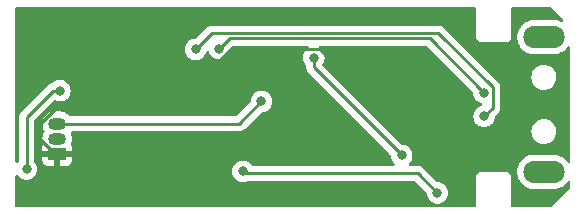
<source format=gbr>
%TF.GenerationSoftware,KiCad,Pcbnew,6.0.1-79c1e3a40b~116~ubuntu20.04.1*%
%TF.CreationDate,2022-01-17T20:19:09+01:00*%
%TF.ProjectId,usb,7573622e-6b69-4636-9164-5f7063625858,rev?*%
%TF.SameCoordinates,Original*%
%TF.FileFunction,Copper,L2,Bot*%
%TF.FilePolarity,Positive*%
%FSLAX46Y46*%
G04 Gerber Fmt 4.6, Leading zero omitted, Abs format (unit mm)*
G04 Created by KiCad (PCBNEW 6.0.1-79c1e3a40b~116~ubuntu20.04.1) date 2022-01-17 20:19:09*
%MOMM*%
%LPD*%
G01*
G04 APERTURE LIST*
%TA.AperFunction,ComponentPad*%
%ADD10R,1.500000X1.050000*%
%TD*%
%TA.AperFunction,ComponentPad*%
%ADD11O,1.500000X1.050000*%
%TD*%
%TA.AperFunction,ComponentPad*%
%ADD12O,3.500000X1.900000*%
%TD*%
%TA.AperFunction,ViaPad*%
%ADD13C,0.800000*%
%TD*%
%TA.AperFunction,Conductor*%
%ADD14C,0.250000*%
%TD*%
G04 APERTURE END LIST*
D10*
%TO.P,U3,1,GND*%
%TO.N,GND*%
X104050000Y-82940000D03*
D11*
%TO.P,U3,2,DQ*%
%TO.N,/SENSOR_TEMP*%
X104050000Y-81670000D03*
%TO.P,U3,3,VDD*%
%TO.N,/VCC*%
X104050000Y-80400000D03*
%TD*%
D12*
%TO.P,J1,5,Shield*%
%TO.N,unconnected-(J1-Pad5)*%
X145250000Y-84470000D03*
X145250000Y-73070000D03*
%TD*%
D13*
%TO.N,GND*%
X103590000Y-75110000D03*
X128080000Y-75860000D03*
X115500000Y-76270000D03*
%TO.N,/VCC*%
X121330000Y-78520000D03*
%TO.N,/RX*%
X117770000Y-74040000D03*
X140180000Y-77770000D03*
%TO.N,/TX*%
X115770000Y-74120000D03*
X140190000Y-79770000D03*
%TO.N,Net-(R1-Pad1)*%
X119770000Y-84440000D03*
X136240000Y-86270000D03*
%TO.N,/NET_BOTON*%
X101450000Y-84230000D03*
X104270000Y-77610000D03*
%TO.N,Net-(R2-Pad1)*%
X133210000Y-83080000D03*
X125770000Y-74810000D03*
%TD*%
D14*
%TO.N,GND*%
X128080000Y-75860000D02*
X126305489Y-74085489D01*
X102420000Y-81535000D02*
X102420000Y-80603598D01*
X126305489Y-74085489D02*
X118749125Y-74085489D01*
X103825000Y-82940000D02*
X102420000Y-81535000D01*
X116564614Y-76270000D02*
X115500000Y-76270000D01*
X102420000Y-80603598D02*
X104483598Y-78540000D01*
X104050000Y-82940000D02*
X103825000Y-82940000D01*
X105400000Y-77960000D02*
X105400000Y-76920000D01*
X104483598Y-78540000D02*
X104820000Y-78540000D01*
X104820000Y-78540000D02*
X105400000Y-77960000D01*
X105400000Y-76920000D02*
X103590000Y-75110000D01*
X118749125Y-74085489D02*
X116564614Y-76270000D01*
%TO.N,/VCC*%
X119450000Y-80400000D02*
X121330000Y-78520000D01*
X104050000Y-80400000D02*
X119450000Y-80400000D01*
%TO.N,/RX*%
X118634511Y-73175489D02*
X135585489Y-73175489D01*
X117770000Y-74040000D02*
X118634511Y-73175489D01*
X135585489Y-73175489D02*
X140180000Y-77770000D01*
%TO.N,/TX*%
X140904511Y-77314511D02*
X140904511Y-79055489D01*
X115770000Y-74120000D02*
X117164031Y-72725969D01*
X117164031Y-72725969D02*
X136315969Y-72725969D01*
X140904511Y-79055489D02*
X140190000Y-79770000D01*
X136315969Y-72725969D02*
X140904511Y-77314511D01*
%TO.N,Net-(R1-Pad1)*%
X119910000Y-84580000D02*
X119770000Y-84440000D01*
X134550000Y-84580000D02*
X119910000Y-84580000D01*
X136240000Y-86270000D02*
X134550000Y-84580000D01*
%TO.N,/NET_BOTON*%
X101450000Y-79850000D02*
X103690000Y-77610000D01*
X103690000Y-77610000D02*
X104270000Y-77610000D01*
X101450000Y-84230000D02*
X101450000Y-79850000D01*
%TO.N,Net-(R2-Pad1)*%
X125770000Y-75640000D02*
X133210000Y-83080000D01*
X125770000Y-75640000D02*
X125770000Y-74810000D01*
%TD*%
%TA.AperFunction,Conductor*%
%TO.N,GND*%
G36*
X139434121Y-70528002D02*
G01*
X139480614Y-70581658D01*
X139492000Y-70634000D01*
X139492000Y-72991298D01*
X139491998Y-72992068D01*
X139491524Y-73069652D01*
X139493990Y-73078281D01*
X139493991Y-73078286D01*
X139499639Y-73098048D01*
X139503217Y-73114809D01*
X139506130Y-73135152D01*
X139506133Y-73135162D01*
X139507405Y-73144045D01*
X139518021Y-73167395D01*
X139524464Y-73184907D01*
X139531512Y-73209565D01*
X139547274Y-73234548D01*
X139555404Y-73249614D01*
X139567633Y-73276510D01*
X139584374Y-73295939D01*
X139595479Y-73310947D01*
X139609160Y-73332631D01*
X139615888Y-73338573D01*
X139631296Y-73352181D01*
X139643340Y-73364373D01*
X139662619Y-73386747D01*
X139670147Y-73391626D01*
X139670150Y-73391629D01*
X139684139Y-73400696D01*
X139699013Y-73411986D01*
X139718228Y-73428956D01*
X139726354Y-73432771D01*
X139726355Y-73432772D01*
X139732021Y-73435432D01*
X139744966Y-73441510D01*
X139759935Y-73449824D01*
X139784727Y-73465893D01*
X139801650Y-73470954D01*
X139809290Y-73473239D01*
X139826736Y-73479901D01*
X139849948Y-73490799D01*
X139879130Y-73495343D01*
X139895849Y-73499126D01*
X139915536Y-73505014D01*
X139915539Y-73505015D01*
X139924141Y-73507587D01*
X139933116Y-73507642D01*
X139933117Y-73507642D01*
X139939810Y-73507683D01*
X139958556Y-73507797D01*
X139959328Y-73507830D01*
X139960423Y-73508000D01*
X139991298Y-73508000D01*
X139992068Y-73508002D01*
X140065716Y-73508452D01*
X140065717Y-73508452D01*
X140069652Y-73508476D01*
X140070996Y-73508092D01*
X140072341Y-73508000D01*
X141991298Y-73508000D01*
X141992069Y-73508002D01*
X142069652Y-73508476D01*
X142078281Y-73506010D01*
X142078286Y-73506009D01*
X142098048Y-73500361D01*
X142114809Y-73496783D01*
X142135152Y-73493870D01*
X142135162Y-73493867D01*
X142144045Y-73492595D01*
X142167395Y-73481979D01*
X142184907Y-73475536D01*
X142200937Y-73470954D01*
X142209565Y-73468488D01*
X142234548Y-73452726D01*
X142249614Y-73444596D01*
X142276510Y-73432367D01*
X142295939Y-73415626D01*
X142310947Y-73404521D01*
X142325039Y-73395630D01*
X142332631Y-73390840D01*
X142352182Y-73368703D01*
X142364374Y-73356659D01*
X142379949Y-73343239D01*
X142379950Y-73343237D01*
X142386747Y-73337381D01*
X142391626Y-73329853D01*
X142391629Y-73329850D01*
X142400696Y-73315861D01*
X142411986Y-73300987D01*
X142423012Y-73288502D01*
X142428956Y-73281772D01*
X142441510Y-73255034D01*
X142449824Y-73240065D01*
X142465893Y-73215273D01*
X142473239Y-73190709D01*
X142479901Y-73173264D01*
X142486983Y-73158179D01*
X142490799Y-73150052D01*
X142495343Y-73120870D01*
X142499126Y-73104151D01*
X142505014Y-73084464D01*
X142505015Y-73084461D01*
X142507587Y-73075859D01*
X142507797Y-73041444D01*
X142507830Y-73040672D01*
X142508000Y-73039577D01*
X142508000Y-73008702D01*
X142508002Y-73007932D01*
X142508452Y-72934284D01*
X142508452Y-72934283D01*
X142508476Y-72930348D01*
X142508092Y-72929004D01*
X142508000Y-72927659D01*
X142508000Y-70634000D01*
X142528002Y-70565879D01*
X142581658Y-70519386D01*
X142634000Y-70508000D01*
X145737390Y-70508000D01*
X145805511Y-70528002D01*
X145826485Y-70544905D01*
X146841615Y-71560035D01*
X146875641Y-71622347D01*
X146870576Y-71693162D01*
X146828029Y-71749998D01*
X146761509Y-71774809D01*
X146699469Y-71763417D01*
X146560030Y-71698691D01*
X146560028Y-71698690D01*
X146555344Y-71696516D01*
X146324232Y-71632424D01*
X146220521Y-71621340D01*
X146131778Y-71611856D01*
X146131770Y-71611856D01*
X146128443Y-71611500D01*
X144389197Y-71611500D01*
X144386624Y-71611712D01*
X144386613Y-71611712D01*
X144216124Y-71625729D01*
X144216118Y-71625730D01*
X144210973Y-71626153D01*
X144098074Y-71654511D01*
X143983375Y-71683321D01*
X143983371Y-71683322D01*
X143978364Y-71684580D01*
X143973634Y-71686636D01*
X143973627Y-71686639D01*
X143763159Y-71778153D01*
X143763156Y-71778155D01*
X143758422Y-71780213D01*
X143754088Y-71783017D01*
X143754084Y-71783019D01*
X143561396Y-71907675D01*
X143561393Y-71907677D01*
X143557053Y-71910485D01*
X143553230Y-71913964D01*
X143553227Y-71913966D01*
X143498765Y-71963523D01*
X143379665Y-72071896D01*
X143376466Y-72075947D01*
X143376462Y-72075951D01*
X143279346Y-72198922D01*
X143231021Y-72260112D01*
X143115113Y-72470078D01*
X143035055Y-72696155D01*
X143034148Y-72701248D01*
X143034147Y-72701251D01*
X143007525Y-72850710D01*
X142992996Y-72932273D01*
X142992933Y-72937437D01*
X142990409Y-73144045D01*
X142990066Y-73172089D01*
X143026343Y-73409163D01*
X143100854Y-73637129D01*
X143103244Y-73641720D01*
X143191818Y-73811868D01*
X143211597Y-73849864D01*
X143214700Y-73853997D01*
X143214702Y-73854000D01*
X143352493Y-74037520D01*
X143355598Y-74041655D01*
X143528990Y-74207352D01*
X143533262Y-74210266D01*
X143533263Y-74210267D01*
X143633691Y-74278774D01*
X143727117Y-74342505D01*
X143859070Y-74403756D01*
X143888203Y-74417279D01*
X143944656Y-74443484D01*
X144118001Y-74491556D01*
X144138638Y-74497279D01*
X144175768Y-74507576D01*
X144279479Y-74518660D01*
X144368222Y-74528144D01*
X144368230Y-74528144D01*
X144371557Y-74528500D01*
X146110803Y-74528500D01*
X146113376Y-74528288D01*
X146113387Y-74528288D01*
X146283876Y-74514271D01*
X146283882Y-74514270D01*
X146289027Y-74513847D01*
X146405331Y-74484634D01*
X146516625Y-74456679D01*
X146516629Y-74456678D01*
X146521636Y-74455420D01*
X146526366Y-74453364D01*
X146526373Y-74453361D01*
X146736841Y-74361847D01*
X146736844Y-74361845D01*
X146741578Y-74359787D01*
X146745912Y-74356983D01*
X146745916Y-74356981D01*
X146938604Y-74232325D01*
X146938607Y-74232323D01*
X146942947Y-74229515D01*
X146964101Y-74210267D01*
X147116513Y-74071582D01*
X147116514Y-74071580D01*
X147120335Y-74068104D01*
X147123534Y-74064053D01*
X147123538Y-74064049D01*
X147234304Y-73923794D01*
X147267119Y-73882243D01*
X147325035Y-73841181D01*
X147395958Y-73837949D01*
X147457370Y-73873574D01*
X147489772Y-73936745D01*
X147492000Y-73960336D01*
X147492000Y-83583633D01*
X147471998Y-83651754D01*
X147418342Y-83698247D01*
X147348068Y-83708351D01*
X147283488Y-83678857D01*
X147265240Y-83659286D01*
X147260343Y-83652763D01*
X147207666Y-83582604D01*
X147147507Y-83502480D01*
X147147505Y-83502477D01*
X147144402Y-83498345D01*
X146971010Y-83332648D01*
X146772883Y-83197495D01*
X146555344Y-83096516D01*
X146324232Y-83032424D01*
X146220521Y-83021340D01*
X146131778Y-83011856D01*
X146131770Y-83011856D01*
X146128443Y-83011500D01*
X144389197Y-83011500D01*
X144386624Y-83011712D01*
X144386613Y-83011712D01*
X144216124Y-83025729D01*
X144216118Y-83025730D01*
X144210973Y-83026153D01*
X144094668Y-83055367D01*
X143983375Y-83083321D01*
X143983371Y-83083322D01*
X143978364Y-83084580D01*
X143973634Y-83086636D01*
X143973627Y-83086639D01*
X143763159Y-83178153D01*
X143763156Y-83178155D01*
X143758422Y-83180213D01*
X143754088Y-83183017D01*
X143754084Y-83183019D01*
X143561396Y-83307675D01*
X143561393Y-83307677D01*
X143557053Y-83310485D01*
X143553230Y-83313964D01*
X143553227Y-83313966D01*
X143408925Y-83445271D01*
X143379665Y-83471896D01*
X143376466Y-83475947D01*
X143376462Y-83475951D01*
X143291420Y-83583633D01*
X143231021Y-83660112D01*
X143115113Y-83870078D01*
X143078007Y-83974863D01*
X143046895Y-84062721D01*
X143035055Y-84096155D01*
X143034148Y-84101248D01*
X143034147Y-84101251D01*
X143007525Y-84250710D01*
X142992996Y-84332273D01*
X142992933Y-84337437D01*
X142990653Y-84524078D01*
X142990066Y-84572089D01*
X143026343Y-84809163D01*
X143100854Y-85037129D01*
X143211597Y-85249864D01*
X143214700Y-85253997D01*
X143214702Y-85254000D01*
X143325228Y-85401206D01*
X143355598Y-85441655D01*
X143359336Y-85445227D01*
X143507956Y-85587251D01*
X143528990Y-85607352D01*
X143727117Y-85742505D01*
X143944656Y-85843484D01*
X144121191Y-85892441D01*
X144142839Y-85898444D01*
X144175768Y-85907576D01*
X144279479Y-85918660D01*
X144368222Y-85928144D01*
X144368230Y-85928144D01*
X144371557Y-85928500D01*
X146110803Y-85928500D01*
X146113376Y-85928288D01*
X146113387Y-85928288D01*
X146283876Y-85914271D01*
X146283882Y-85914270D01*
X146289027Y-85913847D01*
X146405331Y-85884634D01*
X146516625Y-85856679D01*
X146516629Y-85856678D01*
X146521636Y-85855420D01*
X146526366Y-85853364D01*
X146526373Y-85853361D01*
X146736841Y-85761847D01*
X146736844Y-85761845D01*
X146741578Y-85759787D01*
X146745912Y-85756983D01*
X146745916Y-85756981D01*
X146938604Y-85632325D01*
X146938607Y-85632323D01*
X146942947Y-85629515D01*
X146964101Y-85610267D01*
X147116513Y-85471582D01*
X147116514Y-85471580D01*
X147120335Y-85468104D01*
X147123534Y-85464053D01*
X147123538Y-85464049D01*
X147224076Y-85336745D01*
X147267119Y-85282243D01*
X147325035Y-85241181D01*
X147395958Y-85237949D01*
X147457370Y-85273574D01*
X147489772Y-85336745D01*
X147492000Y-85360336D01*
X147492000Y-85737390D01*
X147471998Y-85805511D01*
X147455095Y-85826485D01*
X145826485Y-87455095D01*
X145764173Y-87489121D01*
X145737390Y-87492000D01*
X142634000Y-87492000D01*
X142565879Y-87471998D01*
X142519386Y-87418342D01*
X142508000Y-87366000D01*
X142508000Y-85008702D01*
X142508002Y-85007932D01*
X142508421Y-84939322D01*
X142508476Y-84930348D01*
X142506010Y-84921719D01*
X142506009Y-84921714D01*
X142500361Y-84901952D01*
X142496783Y-84885191D01*
X142493870Y-84864848D01*
X142493867Y-84864838D01*
X142492595Y-84855955D01*
X142481979Y-84832605D01*
X142475536Y-84815093D01*
X142470954Y-84799063D01*
X142468488Y-84790435D01*
X142452726Y-84765452D01*
X142444596Y-84750386D01*
X142432367Y-84723490D01*
X142415626Y-84704061D01*
X142404521Y-84689053D01*
X142395630Y-84674961D01*
X142390840Y-84667369D01*
X142368703Y-84647818D01*
X142356659Y-84635626D01*
X142343239Y-84620051D01*
X142343237Y-84620050D01*
X142337381Y-84613253D01*
X142329853Y-84608374D01*
X142329850Y-84608371D01*
X142315861Y-84599304D01*
X142300987Y-84588014D01*
X142296640Y-84584175D01*
X142281772Y-84571044D01*
X142273646Y-84567229D01*
X142273645Y-84567228D01*
X142267979Y-84564568D01*
X142255034Y-84558490D01*
X142240065Y-84550176D01*
X142215273Y-84534107D01*
X142190709Y-84526761D01*
X142173264Y-84520099D01*
X142168827Y-84518016D01*
X142150052Y-84509201D01*
X142120870Y-84504657D01*
X142104151Y-84500874D01*
X142084464Y-84494986D01*
X142084461Y-84494985D01*
X142075859Y-84492413D01*
X142066884Y-84492358D01*
X142066883Y-84492358D01*
X142060190Y-84492317D01*
X142041444Y-84492203D01*
X142040672Y-84492170D01*
X142039577Y-84492000D01*
X142008702Y-84492000D01*
X142007932Y-84491998D01*
X141934284Y-84491548D01*
X141934283Y-84491548D01*
X141930348Y-84491524D01*
X141929004Y-84491908D01*
X141927659Y-84492000D01*
X140008702Y-84492000D01*
X140007932Y-84491998D01*
X140007078Y-84491993D01*
X139930348Y-84491524D01*
X139921719Y-84493990D01*
X139921714Y-84493991D01*
X139901952Y-84499639D01*
X139885191Y-84503217D01*
X139864848Y-84506130D01*
X139864838Y-84506133D01*
X139855955Y-84507405D01*
X139832605Y-84518021D01*
X139815093Y-84524464D01*
X139807057Y-84526761D01*
X139790435Y-84531512D01*
X139765452Y-84547274D01*
X139750386Y-84555404D01*
X139723490Y-84567633D01*
X139704061Y-84584374D01*
X139689053Y-84595479D01*
X139667369Y-84609160D01*
X139661427Y-84615888D01*
X139647819Y-84631296D01*
X139635627Y-84643340D01*
X139613253Y-84662619D01*
X139608374Y-84670147D01*
X139608371Y-84670150D01*
X139599304Y-84684139D01*
X139588014Y-84699013D01*
X139571044Y-84718228D01*
X139558490Y-84744966D01*
X139550176Y-84759935D01*
X139534107Y-84784727D01*
X139531535Y-84793327D01*
X139526761Y-84809290D01*
X139520099Y-84826736D01*
X139509201Y-84849948D01*
X139506114Y-84869775D01*
X139504658Y-84879128D01*
X139500874Y-84895849D01*
X139494986Y-84915536D01*
X139494985Y-84915539D01*
X139492413Y-84924141D01*
X139492358Y-84933116D01*
X139492358Y-84933117D01*
X139492203Y-84958546D01*
X139492170Y-84959328D01*
X139492000Y-84960423D01*
X139492000Y-84991298D01*
X139491998Y-84992068D01*
X139491524Y-85069652D01*
X139491908Y-85070996D01*
X139492000Y-85072341D01*
X139492000Y-87366000D01*
X139471998Y-87434121D01*
X139418342Y-87480614D01*
X139366000Y-87492000D01*
X100634000Y-87492000D01*
X100565879Y-87471998D01*
X100519386Y-87418342D01*
X100508000Y-87366000D01*
X100508000Y-84869775D01*
X100528002Y-84801654D01*
X100581658Y-84755161D01*
X100651932Y-84745057D01*
X100716512Y-84774551D01*
X100727631Y-84785459D01*
X100838747Y-84908866D01*
X100993248Y-85021118D01*
X100999276Y-85023802D01*
X100999278Y-85023803D01*
X101102864Y-85069922D01*
X101167712Y-85098794D01*
X101261113Y-85118647D01*
X101348056Y-85137128D01*
X101348061Y-85137128D01*
X101354513Y-85138500D01*
X101545487Y-85138500D01*
X101551939Y-85137128D01*
X101551944Y-85137128D01*
X101638887Y-85118647D01*
X101732288Y-85098794D01*
X101797136Y-85069922D01*
X101900722Y-85023803D01*
X101900724Y-85023802D01*
X101906752Y-85021118D01*
X102061253Y-84908866D01*
X102065675Y-84903955D01*
X102184621Y-84771852D01*
X102184622Y-84771851D01*
X102189040Y-84766944D01*
X102273849Y-84620051D01*
X102281223Y-84607279D01*
X102281224Y-84607278D01*
X102284527Y-84601556D01*
X102343542Y-84419928D01*
X102363504Y-84230000D01*
X102349604Y-84097745D01*
X102344232Y-84046635D01*
X102344232Y-84046633D01*
X102343542Y-84040072D01*
X102284527Y-83858444D01*
X102270002Y-83833285D01*
X102199067Y-83710423D01*
X102189040Y-83693056D01*
X102115863Y-83611785D01*
X102085147Y-83547779D01*
X102083500Y-83527476D01*
X102083500Y-83509669D01*
X102792001Y-83509669D01*
X102792371Y-83516490D01*
X102797895Y-83567352D01*
X102801521Y-83582604D01*
X102846676Y-83703054D01*
X102855214Y-83718649D01*
X102931715Y-83820724D01*
X102944276Y-83833285D01*
X103046351Y-83909786D01*
X103061946Y-83918324D01*
X103182394Y-83963478D01*
X103197649Y-83967105D01*
X103248514Y-83972631D01*
X103255328Y-83973000D01*
X103777885Y-83973000D01*
X103793124Y-83968525D01*
X103794329Y-83967135D01*
X103796000Y-83959452D01*
X103796000Y-83954884D01*
X104304000Y-83954884D01*
X104308475Y-83970123D01*
X104309865Y-83971328D01*
X104317548Y-83972999D01*
X104844669Y-83972999D01*
X104851490Y-83972629D01*
X104902352Y-83967105D01*
X104917604Y-83963479D01*
X105038054Y-83918324D01*
X105053649Y-83909786D01*
X105155724Y-83833285D01*
X105168285Y-83820724D01*
X105244786Y-83718649D01*
X105253324Y-83703054D01*
X105298478Y-83582606D01*
X105302105Y-83567351D01*
X105307631Y-83516486D01*
X105308000Y-83509672D01*
X105308000Y-83212115D01*
X105303525Y-83196876D01*
X105302135Y-83195671D01*
X105294452Y-83194000D01*
X104322115Y-83194000D01*
X104306876Y-83198475D01*
X104305671Y-83199865D01*
X104304000Y-83207548D01*
X104304000Y-83954884D01*
X103796000Y-83954884D01*
X103796000Y-83212115D01*
X103791525Y-83196876D01*
X103790135Y-83195671D01*
X103782452Y-83194000D01*
X102810116Y-83194000D01*
X102794877Y-83198475D01*
X102793672Y-83199865D01*
X102792001Y-83207548D01*
X102792001Y-83509669D01*
X102083500Y-83509669D01*
X102083500Y-81662750D01*
X102786524Y-81662750D01*
X102794102Y-81746014D01*
X102799869Y-81809377D01*
X102804894Y-81864596D01*
X102806632Y-81870502D01*
X102806633Y-81870506D01*
X102828161Y-81943650D01*
X102861069Y-82055461D01*
X102862119Y-82059029D01*
X102861441Y-82059229D01*
X102867956Y-82125273D01*
X102854680Y-82162323D01*
X102846679Y-82176937D01*
X102801522Y-82297394D01*
X102797895Y-82312649D01*
X102792369Y-82363514D01*
X102792000Y-82370328D01*
X102792000Y-82667885D01*
X102796475Y-82683124D01*
X102797865Y-82684329D01*
X102805548Y-82686000D01*
X103603758Y-82686000D01*
X103617803Y-82686785D01*
X103766817Y-82703500D01*
X104326004Y-82703500D01*
X104476713Y-82688723D01*
X104479002Y-82688032D01*
X104499724Y-82686000D01*
X105289884Y-82686000D01*
X105305123Y-82681525D01*
X105306328Y-82680135D01*
X105307999Y-82672452D01*
X105307999Y-82370331D01*
X105307629Y-82363510D01*
X105302105Y-82312648D01*
X105298479Y-82297396D01*
X105253323Y-82176944D01*
X105244886Y-82161534D01*
X105229716Y-82092177D01*
X105235040Y-82063764D01*
X105290468Y-81884706D01*
X105292290Y-81878820D01*
X105313476Y-81677250D01*
X105295106Y-81475404D01*
X105293057Y-81468440D01*
X105251749Y-81328091D01*
X105237881Y-81280971D01*
X105234871Y-81275213D01*
X105204896Y-81217874D01*
X105191062Y-81148238D01*
X105217073Y-81082178D01*
X105274669Y-81040667D01*
X105316558Y-81033500D01*
X119371233Y-81033500D01*
X119382416Y-81034027D01*
X119389909Y-81035702D01*
X119397835Y-81035453D01*
X119397836Y-81035453D01*
X119457986Y-81033562D01*
X119461945Y-81033500D01*
X119489856Y-81033500D01*
X119493791Y-81033003D01*
X119493856Y-81032995D01*
X119505693Y-81032062D01*
X119537951Y-81031048D01*
X119541970Y-81030922D01*
X119549889Y-81030673D01*
X119569343Y-81025021D01*
X119588700Y-81021013D01*
X119600930Y-81019468D01*
X119600931Y-81019468D01*
X119608797Y-81018474D01*
X119616168Y-81015555D01*
X119616170Y-81015555D01*
X119649912Y-81002196D01*
X119661142Y-80998351D01*
X119695983Y-80988229D01*
X119695984Y-80988229D01*
X119703593Y-80986018D01*
X119710412Y-80981985D01*
X119710417Y-80981983D01*
X119721028Y-80975707D01*
X119738776Y-80967012D01*
X119757617Y-80959552D01*
X119793387Y-80933564D01*
X119803307Y-80927048D01*
X119834535Y-80908580D01*
X119834538Y-80908578D01*
X119841362Y-80904542D01*
X119855683Y-80890221D01*
X119870717Y-80877380D01*
X119880694Y-80870131D01*
X119887107Y-80865472D01*
X119915298Y-80831395D01*
X119923288Y-80822616D01*
X121280499Y-79465405D01*
X121342811Y-79431379D01*
X121369594Y-79428500D01*
X121425487Y-79428500D01*
X121431939Y-79427128D01*
X121431944Y-79427128D01*
X121539023Y-79404367D01*
X121612288Y-79388794D01*
X121629172Y-79381277D01*
X121780722Y-79313803D01*
X121780724Y-79313802D01*
X121786752Y-79311118D01*
X121941253Y-79198866D01*
X121945675Y-79193955D01*
X122064621Y-79061852D01*
X122064622Y-79061851D01*
X122069040Y-79056944D01*
X122127314Y-78956010D01*
X122161223Y-78897279D01*
X122161224Y-78897278D01*
X122164527Y-78891556D01*
X122223542Y-78709928D01*
X122231019Y-78638794D01*
X122242814Y-78526565D01*
X122243504Y-78520000D01*
X122236028Y-78448866D01*
X122224232Y-78336635D01*
X122224232Y-78336633D01*
X122223542Y-78330072D01*
X122164527Y-78148444D01*
X122069040Y-77983056D01*
X122062031Y-77975271D01*
X121945675Y-77846045D01*
X121945674Y-77846044D01*
X121941253Y-77841134D01*
X121786752Y-77728882D01*
X121780724Y-77726198D01*
X121780722Y-77726197D01*
X121618319Y-77653891D01*
X121618318Y-77653891D01*
X121612288Y-77651206D01*
X121518887Y-77631353D01*
X121431944Y-77612872D01*
X121431939Y-77612872D01*
X121425487Y-77611500D01*
X121234513Y-77611500D01*
X121228061Y-77612872D01*
X121228056Y-77612872D01*
X121141113Y-77631353D01*
X121047712Y-77651206D01*
X121041682Y-77653891D01*
X121041681Y-77653891D01*
X120879278Y-77726197D01*
X120879276Y-77726198D01*
X120873248Y-77728882D01*
X120718747Y-77841134D01*
X120714326Y-77846044D01*
X120714325Y-77846045D01*
X120597970Y-77975271D01*
X120590960Y-77983056D01*
X120495473Y-78148444D01*
X120436458Y-78330072D01*
X120435768Y-78336633D01*
X120435768Y-78336635D01*
X120419093Y-78495292D01*
X120392080Y-78560949D01*
X120382878Y-78571217D01*
X119224500Y-79729595D01*
X119162188Y-79763621D01*
X119135405Y-79766500D01*
X105152206Y-79766500D01*
X105084085Y-79746498D01*
X105054010Y-79719453D01*
X105020842Y-79678200D01*
X105020837Y-79678195D01*
X105016981Y-79673399D01*
X104861719Y-79543119D01*
X104856327Y-79540155D01*
X104856323Y-79540152D01*
X104689506Y-79448444D01*
X104684109Y-79445477D01*
X104490916Y-79384193D01*
X104484799Y-79383507D01*
X104484795Y-79383506D01*
X104410652Y-79375190D01*
X104333183Y-79366500D01*
X103773996Y-79366500D01*
X103623287Y-79381277D01*
X103429258Y-79439858D01*
X103250302Y-79535010D01*
X103245528Y-79538904D01*
X103245526Y-79538905D01*
X103212872Y-79565537D01*
X103093237Y-79663110D01*
X103089310Y-79667857D01*
X103089308Y-79667859D01*
X102967973Y-79814528D01*
X102967971Y-79814531D01*
X102964044Y-79819278D01*
X102867644Y-79997565D01*
X102843519Y-80075499D01*
X102809906Y-80184087D01*
X102807710Y-80191180D01*
X102807066Y-80197305D01*
X102807066Y-80197306D01*
X102793558Y-80325823D01*
X102786524Y-80392750D01*
X102787083Y-80398890D01*
X102802092Y-80563803D01*
X102804894Y-80594596D01*
X102806632Y-80600502D01*
X102806633Y-80600506D01*
X102829285Y-80677469D01*
X102862119Y-80789029D01*
X102864972Y-80794486D01*
X102864973Y-80794489D01*
X102881879Y-80826827D01*
X102955923Y-80968460D01*
X102955923Y-80968462D01*
X102956019Y-80968645D01*
X102955984Y-80968663D01*
X102975889Y-81034441D01*
X102960729Y-81095409D01*
X102867644Y-81267565D01*
X102807710Y-81461180D01*
X102807066Y-81467305D01*
X102807066Y-81467306D01*
X102805570Y-81481543D01*
X102786524Y-81662750D01*
X102083500Y-81662750D01*
X102083500Y-80164594D01*
X102103502Y-80096473D01*
X102120405Y-80075499D01*
X103739240Y-78456664D01*
X103801552Y-78422638D01*
X103872367Y-78427703D01*
X103879569Y-78430646D01*
X103987712Y-78478794D01*
X104065329Y-78495292D01*
X104168056Y-78517128D01*
X104168061Y-78517128D01*
X104174513Y-78518500D01*
X104365487Y-78518500D01*
X104371939Y-78517128D01*
X104371944Y-78517128D01*
X104474671Y-78495292D01*
X104552288Y-78478794D01*
X104601993Y-78456664D01*
X104720722Y-78403803D01*
X104720724Y-78403802D01*
X104726752Y-78401118D01*
X104881253Y-78288866D01*
X104885675Y-78283955D01*
X105004621Y-78151852D01*
X105004622Y-78151851D01*
X105009040Y-78146944D01*
X105104527Y-77981556D01*
X105163542Y-77799928D01*
X105165522Y-77781095D01*
X105182814Y-77616565D01*
X105183504Y-77610000D01*
X105166737Y-77450472D01*
X105164232Y-77426635D01*
X105164232Y-77426633D01*
X105163542Y-77420072D01*
X105104527Y-77238444D01*
X105095350Y-77222548D01*
X105056763Y-77155714D01*
X105009040Y-77073056D01*
X104992882Y-77055110D01*
X104885675Y-76936045D01*
X104885673Y-76936043D01*
X104881253Y-76931134D01*
X104768513Y-76849223D01*
X104732094Y-76822763D01*
X104732093Y-76822762D01*
X104726752Y-76818882D01*
X104720724Y-76816198D01*
X104720722Y-76816197D01*
X104558319Y-76743891D01*
X104558318Y-76743891D01*
X104552288Y-76741206D01*
X104458888Y-76721353D01*
X104371944Y-76702872D01*
X104371939Y-76702872D01*
X104365487Y-76701500D01*
X104174513Y-76701500D01*
X104168061Y-76702872D01*
X104168056Y-76702872D01*
X104081112Y-76721353D01*
X103987712Y-76741206D01*
X103981682Y-76743891D01*
X103981681Y-76743891D01*
X103819278Y-76816197D01*
X103819276Y-76816198D01*
X103813248Y-76818882D01*
X103807907Y-76822762D01*
X103807906Y-76822763D01*
X103669739Y-76923148D01*
X103658747Y-76931134D01*
X103654327Y-76936043D01*
X103648312Y-76942723D01*
X103589827Y-76979409D01*
X103570656Y-76984979D01*
X103551306Y-76988986D01*
X103539068Y-76990532D01*
X103539066Y-76990533D01*
X103531203Y-76991526D01*
X103490086Y-77007806D01*
X103478885Y-77011641D01*
X103436406Y-77023982D01*
X103429587Y-77028015D01*
X103429582Y-77028017D01*
X103418971Y-77034293D01*
X103401221Y-77042990D01*
X103382383Y-77050448D01*
X103375967Y-77055109D01*
X103375966Y-77055110D01*
X103346625Y-77076428D01*
X103336701Y-77082947D01*
X103305460Y-77101422D01*
X103305455Y-77101426D01*
X103298637Y-77105458D01*
X103284313Y-77119782D01*
X103269281Y-77132621D01*
X103252893Y-77144528D01*
X103224712Y-77178593D01*
X103216722Y-77187373D01*
X101057747Y-79346348D01*
X101049461Y-79353888D01*
X101042982Y-79358000D01*
X101037557Y-79363777D01*
X100996357Y-79407651D01*
X100993602Y-79410493D01*
X100973865Y-79430230D01*
X100971385Y-79433427D01*
X100963682Y-79442447D01*
X100933414Y-79474679D01*
X100929595Y-79481625D01*
X100929593Y-79481628D01*
X100923652Y-79492434D01*
X100912801Y-79508953D01*
X100900386Y-79524959D01*
X100897241Y-79532228D01*
X100897238Y-79532232D01*
X100882826Y-79565537D01*
X100877609Y-79576187D01*
X100856305Y-79614940D01*
X100854334Y-79622615D01*
X100854334Y-79622616D01*
X100851267Y-79634562D01*
X100844863Y-79653266D01*
X100836819Y-79671855D01*
X100835580Y-79679678D01*
X100835577Y-79679688D01*
X100829901Y-79715524D01*
X100827495Y-79727144D01*
X100816500Y-79769970D01*
X100816500Y-79790224D01*
X100814949Y-79809934D01*
X100811780Y-79829943D01*
X100812526Y-79837835D01*
X100815941Y-79873961D01*
X100816500Y-79885819D01*
X100816500Y-83527476D01*
X100796498Y-83595597D01*
X100784142Y-83611779D01*
X100727635Y-83674537D01*
X100667190Y-83711775D01*
X100596206Y-83710423D01*
X100537221Y-83670909D01*
X100508964Y-83605778D01*
X100508000Y-83590225D01*
X100508000Y-74120000D01*
X114856496Y-74120000D01*
X114857186Y-74126565D01*
X114873184Y-74278774D01*
X114876458Y-74309928D01*
X114935473Y-74491556D01*
X114938776Y-74497278D01*
X114938777Y-74497279D01*
X114956597Y-74528144D01*
X115030960Y-74656944D01*
X115158747Y-74798866D01*
X115257843Y-74870864D01*
X115306354Y-74906109D01*
X115313248Y-74911118D01*
X115319276Y-74913802D01*
X115319278Y-74913803D01*
X115481681Y-74986109D01*
X115487712Y-74988794D01*
X115569629Y-75006206D01*
X115668056Y-75027128D01*
X115668061Y-75027128D01*
X115674513Y-75028500D01*
X115865487Y-75028500D01*
X115871939Y-75027128D01*
X115871944Y-75027128D01*
X115970371Y-75006206D01*
X116052288Y-74988794D01*
X116058319Y-74986109D01*
X116220722Y-74913803D01*
X116220724Y-74913802D01*
X116226752Y-74911118D01*
X116233647Y-74906109D01*
X116282157Y-74870864D01*
X116381253Y-74798866D01*
X116509040Y-74656944D01*
X116583403Y-74528144D01*
X116601223Y-74497279D01*
X116601224Y-74497278D01*
X116604527Y-74491556D01*
X116663164Y-74311091D01*
X116703238Y-74252486D01*
X116768635Y-74224849D01*
X116838591Y-74236956D01*
X116890897Y-74284962D01*
X116902830Y-74311091D01*
X116935473Y-74411556D01*
X117030960Y-74576944D01*
X117035378Y-74581851D01*
X117035379Y-74581852D01*
X117075702Y-74626635D01*
X117158747Y-74718866D01*
X117257843Y-74790864D01*
X117293218Y-74816565D01*
X117313248Y-74831118D01*
X117319276Y-74833802D01*
X117319278Y-74833803D01*
X117481681Y-74906109D01*
X117487712Y-74908794D01*
X117581113Y-74928647D01*
X117668056Y-74947128D01*
X117668061Y-74947128D01*
X117674513Y-74948500D01*
X117865487Y-74948500D01*
X117871939Y-74947128D01*
X117871944Y-74947128D01*
X117958887Y-74928647D01*
X118052288Y-74908794D01*
X118058319Y-74906109D01*
X118220722Y-74833803D01*
X118220724Y-74833802D01*
X118226752Y-74831118D01*
X118246783Y-74816565D01*
X118282157Y-74790864D01*
X118381253Y-74718866D01*
X118464298Y-74626635D01*
X118504621Y-74581852D01*
X118504622Y-74581851D01*
X118509040Y-74576944D01*
X118604527Y-74411556D01*
X118663542Y-74229928D01*
X118665609Y-74210267D01*
X118676770Y-74104074D01*
X118680907Y-74064706D01*
X118707920Y-73999050D01*
X118717122Y-73988782D01*
X118860010Y-73845894D01*
X118922322Y-73811868D01*
X118949105Y-73808989D01*
X125214353Y-73808989D01*
X125282474Y-73828991D01*
X125328967Y-73882647D01*
X125339071Y-73952921D01*
X125309577Y-74017501D01*
X125288414Y-74036925D01*
X125158747Y-74131134D01*
X125154326Y-74136044D01*
X125154325Y-74136045D01*
X125063465Y-74236956D01*
X125030960Y-74273056D01*
X124935473Y-74438444D01*
X124876458Y-74620072D01*
X124875768Y-74626633D01*
X124875768Y-74626635D01*
X124872067Y-74661852D01*
X124856496Y-74810000D01*
X124857186Y-74816565D01*
X124875006Y-74986109D01*
X124876458Y-74999928D01*
X124935473Y-75181556D01*
X125030960Y-75346944D01*
X125104137Y-75428215D01*
X125134853Y-75492221D01*
X125136500Y-75512524D01*
X125136500Y-75561233D01*
X125135973Y-75572416D01*
X125134298Y-75579909D01*
X125134547Y-75587835D01*
X125134547Y-75587836D01*
X125136438Y-75647986D01*
X125136500Y-75651945D01*
X125136500Y-75679856D01*
X125136997Y-75683790D01*
X125136997Y-75683791D01*
X125137005Y-75683856D01*
X125137938Y-75695693D01*
X125139327Y-75739889D01*
X125144978Y-75759339D01*
X125148987Y-75778700D01*
X125151526Y-75798797D01*
X125154445Y-75806168D01*
X125154445Y-75806170D01*
X125167804Y-75839912D01*
X125171649Y-75851142D01*
X125183982Y-75893593D01*
X125188015Y-75900412D01*
X125188017Y-75900417D01*
X125194293Y-75911028D01*
X125202988Y-75928776D01*
X125210448Y-75947617D01*
X125215110Y-75954033D01*
X125215110Y-75954034D01*
X125236436Y-75983387D01*
X125242952Y-75993307D01*
X125265458Y-76031362D01*
X125279779Y-76045683D01*
X125292619Y-76060716D01*
X125304528Y-76077107D01*
X125310634Y-76082158D01*
X125338605Y-76105298D01*
X125347384Y-76113288D01*
X132262878Y-83028783D01*
X132296904Y-83091095D01*
X132299093Y-83104706D01*
X132316458Y-83269928D01*
X132375473Y-83451556D01*
X132470960Y-83616944D01*
X132475378Y-83621851D01*
X132475379Y-83621852D01*
X132578329Y-83736190D01*
X132609047Y-83800197D01*
X132600282Y-83870651D01*
X132554819Y-83925182D01*
X132484693Y-83946500D01*
X120603950Y-83946500D01*
X120535829Y-83926498D01*
X120510050Y-83902147D01*
X120509040Y-83903056D01*
X120385675Y-83766045D01*
X120385674Y-83766044D01*
X120381253Y-83761134D01*
X120262062Y-83674536D01*
X120232094Y-83652763D01*
X120232093Y-83652762D01*
X120226752Y-83648882D01*
X120220724Y-83646198D01*
X120220722Y-83646197D01*
X120058319Y-83573891D01*
X120058318Y-83573891D01*
X120052288Y-83571206D01*
X119958888Y-83551353D01*
X119871944Y-83532872D01*
X119871939Y-83532872D01*
X119865487Y-83531500D01*
X119674513Y-83531500D01*
X119668061Y-83532872D01*
X119668056Y-83532872D01*
X119581112Y-83551353D01*
X119487712Y-83571206D01*
X119481682Y-83573891D01*
X119481681Y-83573891D01*
X119319278Y-83646197D01*
X119319276Y-83646198D01*
X119313248Y-83648882D01*
X119307907Y-83652762D01*
X119307906Y-83652763D01*
X119277938Y-83674536D01*
X119158747Y-83761134D01*
X119154326Y-83766044D01*
X119154325Y-83766045D01*
X119060138Y-83870651D01*
X119030960Y-83903056D01*
X118935473Y-84068444D01*
X118876458Y-84250072D01*
X118856496Y-84440000D01*
X118857186Y-84446565D01*
X118874078Y-84607279D01*
X118876458Y-84629928D01*
X118935473Y-84811556D01*
X118938776Y-84817278D01*
X118938777Y-84817279D01*
X118966241Y-84864848D01*
X119030960Y-84976944D01*
X119035378Y-84981851D01*
X119035379Y-84981852D01*
X119140674Y-85098794D01*
X119158747Y-85118866D01*
X119313248Y-85231118D01*
X119319276Y-85233802D01*
X119319278Y-85233803D01*
X119428079Y-85282244D01*
X119487712Y-85308794D01*
X119581112Y-85328647D01*
X119668056Y-85347128D01*
X119668061Y-85347128D01*
X119674513Y-85348500D01*
X119865487Y-85348500D01*
X119871939Y-85347128D01*
X119871944Y-85347128D01*
X119958888Y-85328647D01*
X120052288Y-85308794D01*
X120111921Y-85282244D01*
X120220724Y-85233802D01*
X120220725Y-85233801D01*
X120226752Y-85231118D01*
X120228419Y-85229907D01*
X120289649Y-85213500D01*
X134235406Y-85213500D01*
X134303527Y-85233502D01*
X134324497Y-85250401D01*
X135292880Y-86218785D01*
X135326904Y-86281095D01*
X135329093Y-86294706D01*
X135346458Y-86459928D01*
X135405473Y-86641556D01*
X135500960Y-86806944D01*
X135628747Y-86948866D01*
X135783248Y-87061118D01*
X135789276Y-87063802D01*
X135789278Y-87063803D01*
X135951681Y-87136109D01*
X135957712Y-87138794D01*
X136051113Y-87158647D01*
X136138056Y-87177128D01*
X136138061Y-87177128D01*
X136144513Y-87178500D01*
X136335487Y-87178500D01*
X136341939Y-87177128D01*
X136341944Y-87177128D01*
X136428887Y-87158647D01*
X136522288Y-87138794D01*
X136528319Y-87136109D01*
X136690722Y-87063803D01*
X136690724Y-87063802D01*
X136696752Y-87061118D01*
X136851253Y-86948866D01*
X136979040Y-86806944D01*
X137074527Y-86641556D01*
X137133542Y-86459928D01*
X137153504Y-86270000D01*
X137138747Y-86129594D01*
X137134232Y-86086635D01*
X137134232Y-86086633D01*
X137133542Y-86080072D01*
X137074527Y-85898444D01*
X136979040Y-85733056D01*
X136885812Y-85629515D01*
X136855675Y-85596045D01*
X136855674Y-85596044D01*
X136851253Y-85591134D01*
X136696752Y-85478882D01*
X136690724Y-85476198D01*
X136690722Y-85476197D01*
X136528319Y-85403891D01*
X136528318Y-85403891D01*
X136522288Y-85401206D01*
X136428887Y-85381353D01*
X136341944Y-85362872D01*
X136341939Y-85362872D01*
X136335487Y-85361500D01*
X136279594Y-85361500D01*
X136211473Y-85341498D01*
X136190499Y-85324595D01*
X135632849Y-84766944D01*
X135053652Y-84187747D01*
X135046112Y-84179461D01*
X135042000Y-84172982D01*
X134992348Y-84126356D01*
X134989507Y-84123602D01*
X134969770Y-84103865D01*
X134966573Y-84101385D01*
X134957551Y-84093680D01*
X134931100Y-84068841D01*
X134925321Y-84063414D01*
X134918375Y-84059595D01*
X134918372Y-84059593D01*
X134907566Y-84053652D01*
X134891047Y-84042801D01*
X134890583Y-84042441D01*
X134875041Y-84030386D01*
X134867772Y-84027241D01*
X134867768Y-84027238D01*
X134834463Y-84012826D01*
X134823813Y-84007609D01*
X134785060Y-83986305D01*
X134765437Y-83981267D01*
X134746734Y-83974863D01*
X134735420Y-83969967D01*
X134735419Y-83969967D01*
X134728145Y-83966819D01*
X134720322Y-83965580D01*
X134720312Y-83965577D01*
X134684476Y-83959901D01*
X134672856Y-83957495D01*
X134637711Y-83948472D01*
X134637710Y-83948472D01*
X134630030Y-83946500D01*
X134609776Y-83946500D01*
X134590065Y-83944949D01*
X134577886Y-83943020D01*
X134570057Y-83941780D01*
X134562165Y-83942526D01*
X134526039Y-83945941D01*
X134514181Y-83946500D01*
X133935307Y-83946500D01*
X133867186Y-83926498D01*
X133820693Y-83872842D01*
X133810589Y-83802568D01*
X133841671Y-83736190D01*
X133944621Y-83621852D01*
X133944622Y-83621851D01*
X133949040Y-83616944D01*
X134044527Y-83451556D01*
X134103542Y-83269928D01*
X134112677Y-83183019D01*
X134122814Y-83086565D01*
X134123504Y-83080000D01*
X134116327Y-83011712D01*
X134104232Y-82896635D01*
X134104232Y-82896633D01*
X134103542Y-82890072D01*
X134044527Y-82708444D01*
X134031458Y-82685807D01*
X133952341Y-82548774D01*
X133949040Y-82543056D01*
X133941778Y-82534990D01*
X133825675Y-82406045D01*
X133825674Y-82406044D01*
X133821253Y-82401134D01*
X133699463Y-82312648D01*
X133672094Y-82292763D01*
X133672093Y-82292762D01*
X133666752Y-82288882D01*
X133660724Y-82286198D01*
X133660722Y-82286197D01*
X133498319Y-82213891D01*
X133498318Y-82213891D01*
X133492288Y-82211206D01*
X133398887Y-82191353D01*
X133311944Y-82172872D01*
X133311939Y-82172872D01*
X133305487Y-82171500D01*
X133249594Y-82171500D01*
X133181473Y-82151498D01*
X133160499Y-82134595D01*
X132088479Y-81062575D01*
X144186404Y-81062575D01*
X144188188Y-81082178D01*
X144204567Y-81262147D01*
X144205218Y-81269303D01*
X144206956Y-81275209D01*
X144206957Y-81275213D01*
X144250473Y-81423068D01*
X144263827Y-81468440D01*
X144359999Y-81652400D01*
X144490071Y-81814177D01*
X144494788Y-81818135D01*
X144494790Y-81818137D01*
X144542842Y-81858457D01*
X144649089Y-81947609D01*
X144654481Y-81950573D01*
X144654485Y-81950576D01*
X144825598Y-82044646D01*
X144830995Y-82047613D01*
X145028861Y-82110379D01*
X145034978Y-82111065D01*
X145034982Y-82111066D01*
X145111598Y-82119659D01*
X145190413Y-82128500D01*
X145302237Y-82128500D01*
X145305293Y-82128200D01*
X145305300Y-82128200D01*
X145450466Y-82113966D01*
X145450469Y-82113965D01*
X145456592Y-82113365D01*
X145592161Y-82072435D01*
X145649407Y-82055152D01*
X145649410Y-82055151D01*
X145655315Y-82053368D01*
X145662635Y-82049476D01*
X145833153Y-81958809D01*
X145833155Y-81958808D01*
X145838599Y-81955913D01*
X145950565Y-81864596D01*
X145994689Y-81828610D01*
X145994692Y-81828607D01*
X145999464Y-81824715D01*
X146131783Y-81664770D01*
X146136189Y-81656622D01*
X146227584Y-81487590D01*
X146227586Y-81487585D01*
X146230514Y-81482170D01*
X146291898Y-81283871D01*
X146293612Y-81267565D01*
X146312952Y-81083554D01*
X146312952Y-81083552D01*
X146313596Y-81077425D01*
X146303696Y-80968645D01*
X146295341Y-80876836D01*
X146295340Y-80876833D01*
X146294782Y-80870697D01*
X146292298Y-80862255D01*
X146249527Y-80716932D01*
X146236173Y-80671560D01*
X146140001Y-80487600D01*
X146009929Y-80325823D01*
X145997371Y-80315285D01*
X145855629Y-80196350D01*
X145850911Y-80192391D01*
X145845519Y-80189427D01*
X145845515Y-80189424D01*
X145674402Y-80095354D01*
X145669005Y-80092387D01*
X145471139Y-80029621D01*
X145465022Y-80028935D01*
X145465018Y-80028934D01*
X145388402Y-80020341D01*
X145309587Y-80011500D01*
X145197763Y-80011500D01*
X145194707Y-80011800D01*
X145194700Y-80011800D01*
X145049534Y-80026034D01*
X145049531Y-80026035D01*
X145043408Y-80026635D01*
X144911454Y-80066474D01*
X144850593Y-80084848D01*
X144850590Y-80084849D01*
X144844685Y-80086632D01*
X144839240Y-80089527D01*
X144839238Y-80089528D01*
X144666847Y-80181191D01*
X144666845Y-80181192D01*
X144661401Y-80184087D01*
X144646365Y-80196350D01*
X144505311Y-80311390D01*
X144505308Y-80311393D01*
X144500536Y-80315285D01*
X144368217Y-80475230D01*
X144365288Y-80480647D01*
X144365286Y-80480650D01*
X144272416Y-80652410D01*
X144272414Y-80652415D01*
X144269486Y-80657830D01*
X144208102Y-80856129D01*
X144207458Y-80862254D01*
X144207458Y-80862255D01*
X144188707Y-81040667D01*
X144186404Y-81062575D01*
X132088479Y-81062575D01*
X126527330Y-75501425D01*
X126493304Y-75439113D01*
X126498369Y-75368298D01*
X126509646Y-75347294D01*
X126509040Y-75346944D01*
X126601223Y-75187279D01*
X126601224Y-75187278D01*
X126604527Y-75181556D01*
X126663542Y-74999928D01*
X126664995Y-74986109D01*
X126682814Y-74816565D01*
X126683504Y-74810000D01*
X126667933Y-74661852D01*
X126664232Y-74626635D01*
X126664232Y-74626633D01*
X126663542Y-74620072D01*
X126604527Y-74438444D01*
X126509040Y-74273056D01*
X126476536Y-74236956D01*
X126385675Y-74136045D01*
X126385674Y-74136044D01*
X126381253Y-74131134D01*
X126251586Y-74036925D01*
X126208232Y-73980703D01*
X126202157Y-73909966D01*
X126235289Y-73847175D01*
X126297109Y-73812263D01*
X126325647Y-73808989D01*
X135270895Y-73808989D01*
X135339016Y-73828991D01*
X135359990Y-73845894D01*
X139232878Y-77718783D01*
X139266904Y-77781095D01*
X139269093Y-77794706D01*
X139286458Y-77959928D01*
X139345473Y-78141556D01*
X139440960Y-78306944D01*
X139445378Y-78311851D01*
X139445379Y-78311852D01*
X139528172Y-78403803D01*
X139568747Y-78448866D01*
X139723248Y-78561118D01*
X139729276Y-78563802D01*
X139729278Y-78563803D01*
X139891681Y-78636109D01*
X139897712Y-78638794D01*
X139904167Y-78640166D01*
X139904176Y-78640169D01*
X139940157Y-78647817D01*
X140002630Y-78681545D01*
X140036951Y-78743695D01*
X140032223Y-78814534D01*
X139989947Y-78871571D01*
X139940155Y-78894310D01*
X139914170Y-78899833D01*
X139914167Y-78899834D01*
X139907712Y-78901206D01*
X139901682Y-78903891D01*
X139901681Y-78903891D01*
X139739278Y-78976197D01*
X139739276Y-78976198D01*
X139733248Y-78978882D01*
X139578747Y-79091134D01*
X139574326Y-79096044D01*
X139574325Y-79096045D01*
X139478249Y-79202749D01*
X139450960Y-79233056D01*
X139405891Y-79311118D01*
X139362199Y-79386795D01*
X139355473Y-79398444D01*
X139296458Y-79580072D01*
X139295768Y-79586633D01*
X139295768Y-79586635D01*
X139288765Y-79653266D01*
X139276496Y-79770000D01*
X139277186Y-79776565D01*
X139287423Y-79873961D01*
X139296458Y-79959928D01*
X139355473Y-80141556D01*
X139450960Y-80306944D01*
X139455378Y-80311851D01*
X139455379Y-80311852D01*
X139522702Y-80386622D01*
X139578747Y-80448866D01*
X139733248Y-80561118D01*
X139739276Y-80563802D01*
X139739278Y-80563803D01*
X139808441Y-80594596D01*
X139907712Y-80638794D01*
X139997269Y-80657830D01*
X140088056Y-80677128D01*
X140088061Y-80677128D01*
X140094513Y-80678500D01*
X140285487Y-80678500D01*
X140291939Y-80677128D01*
X140291944Y-80677128D01*
X140382731Y-80657830D01*
X140472288Y-80638794D01*
X140571559Y-80594596D01*
X140640722Y-80563803D01*
X140640724Y-80563802D01*
X140646752Y-80561118D01*
X140801253Y-80448866D01*
X140857298Y-80386622D01*
X140924621Y-80311852D01*
X140924622Y-80311851D01*
X140929040Y-80306944D01*
X141024527Y-80141556D01*
X141083542Y-79959928D01*
X141100907Y-79794706D01*
X141127920Y-79729050D01*
X141137122Y-79718782D01*
X141296758Y-79559146D01*
X141305048Y-79551602D01*
X141311529Y-79547489D01*
X141323248Y-79535010D01*
X141358169Y-79497822D01*
X141360924Y-79494980D01*
X141380645Y-79475259D01*
X141383123Y-79472064D01*
X141390829Y-79463042D01*
X141409073Y-79443614D01*
X141421097Y-79430810D01*
X141430857Y-79413057D01*
X141441710Y-79396534D01*
X141444668Y-79392721D01*
X141454124Y-79380530D01*
X141471687Y-79339946D01*
X141476894Y-79329316D01*
X141498206Y-79290549D01*
X141500177Y-79282872D01*
X141500179Y-79282867D01*
X141503243Y-79270931D01*
X141509649Y-79252219D01*
X141514544Y-79240908D01*
X141517692Y-79233634D01*
X141518932Y-79225806D01*
X141518934Y-79225799D01*
X141524610Y-79189965D01*
X141527016Y-79178345D01*
X141536039Y-79143200D01*
X141536039Y-79143199D01*
X141538011Y-79135519D01*
X141538011Y-79115265D01*
X141539562Y-79095554D01*
X141541491Y-79083375D01*
X141542731Y-79075546D01*
X141538570Y-79031527D01*
X141538011Y-79019670D01*
X141538011Y-77393274D01*
X141538538Y-77382090D01*
X141540212Y-77374602D01*
X141538073Y-77306543D01*
X141538011Y-77302586D01*
X141538011Y-77274655D01*
X141537505Y-77270649D01*
X141536572Y-77258803D01*
X141535933Y-77238444D01*
X141535184Y-77214621D01*
X141529533Y-77195169D01*
X141525525Y-77175817D01*
X141523978Y-77163574D01*
X141522985Y-77155714D01*
X141520067Y-77148343D01*
X141506711Y-77114608D01*
X141502866Y-77103381D01*
X141496929Y-77082947D01*
X141490529Y-77060918D01*
X141486495Y-77054096D01*
X141486492Y-77054090D01*
X141480217Y-77043479D01*
X141471521Y-77025729D01*
X141466983Y-77014267D01*
X141466980Y-77014262D01*
X141464063Y-77006894D01*
X141438084Y-76971136D01*
X141431568Y-76961218D01*
X141413086Y-76929968D01*
X141409053Y-76923148D01*
X141394729Y-76908824D01*
X141381887Y-76893789D01*
X141369983Y-76877404D01*
X141335917Y-76849222D01*
X141327138Y-76841233D01*
X140948480Y-76462575D01*
X144186404Y-76462575D01*
X144205218Y-76669303D01*
X144206956Y-76675209D01*
X144206957Y-76675213D01*
X144214694Y-76701500D01*
X144263827Y-76868440D01*
X144359999Y-77052400D01*
X144490071Y-77214177D01*
X144494788Y-77218135D01*
X144494790Y-77218137D01*
X144512171Y-77232721D01*
X144649089Y-77347609D01*
X144654481Y-77350573D01*
X144654485Y-77350576D01*
X144780898Y-77420072D01*
X144830995Y-77447613D01*
X145028861Y-77510379D01*
X145034978Y-77511065D01*
X145034982Y-77511066D01*
X145111598Y-77519659D01*
X145190413Y-77528500D01*
X145302237Y-77528500D01*
X145305293Y-77528200D01*
X145305300Y-77528200D01*
X145450466Y-77513966D01*
X145450469Y-77513965D01*
X145456592Y-77513365D01*
X145588546Y-77473526D01*
X145649407Y-77455152D01*
X145649410Y-77455151D01*
X145655315Y-77453368D01*
X145662635Y-77449476D01*
X145833153Y-77358809D01*
X145833155Y-77358808D01*
X145838599Y-77355913D01*
X145933382Y-77278610D01*
X145994689Y-77228610D01*
X145994692Y-77228607D01*
X145999464Y-77224715D01*
X146131783Y-77064770D01*
X146135876Y-77057201D01*
X146227584Y-76887590D01*
X146227586Y-76887585D01*
X146230514Y-76882170D01*
X146291898Y-76683871D01*
X146293429Y-76669303D01*
X146312952Y-76483554D01*
X146312952Y-76483552D01*
X146313596Y-76477425D01*
X146294782Y-76270697D01*
X146292298Y-76262255D01*
X146237912Y-76077469D01*
X146236173Y-76071560D01*
X146140001Y-75887600D01*
X146009929Y-75725823D01*
X145997371Y-75715285D01*
X145855629Y-75596350D01*
X145850911Y-75592391D01*
X145845519Y-75589427D01*
X145845515Y-75589424D01*
X145674402Y-75495354D01*
X145669005Y-75492387D01*
X145471139Y-75429621D01*
X145465022Y-75428935D01*
X145465018Y-75428934D01*
X145388402Y-75420341D01*
X145309587Y-75411500D01*
X145197763Y-75411500D01*
X145194707Y-75411800D01*
X145194700Y-75411800D01*
X145049534Y-75426034D01*
X145049531Y-75426035D01*
X145043408Y-75426635D01*
X144919124Y-75464158D01*
X144850593Y-75484848D01*
X144850590Y-75484849D01*
X144844685Y-75486632D01*
X144839240Y-75489527D01*
X144839238Y-75489528D01*
X144666847Y-75581191D01*
X144666845Y-75581192D01*
X144661401Y-75584087D01*
X144646365Y-75596350D01*
X144505311Y-75711390D01*
X144505308Y-75711393D01*
X144500536Y-75715285D01*
X144496608Y-75720033D01*
X144496607Y-75720034D01*
X144431448Y-75798797D01*
X144368217Y-75875230D01*
X144365288Y-75880647D01*
X144365286Y-75880650D01*
X144272416Y-76052410D01*
X144272414Y-76052415D01*
X144269486Y-76057830D01*
X144208102Y-76256129D01*
X144207458Y-76262254D01*
X144207458Y-76262255D01*
X144205926Y-76276836D01*
X144186404Y-76462575D01*
X140948480Y-76462575D01*
X136819621Y-72333716D01*
X136812081Y-72325430D01*
X136807969Y-72318951D01*
X136782003Y-72294567D01*
X136758318Y-72272326D01*
X136755476Y-72269571D01*
X136735739Y-72249834D01*
X136732542Y-72247354D01*
X136723520Y-72239649D01*
X136719366Y-72235748D01*
X136691290Y-72209383D01*
X136684344Y-72205564D01*
X136684341Y-72205562D01*
X136673535Y-72199621D01*
X136657016Y-72188770D01*
X136656552Y-72188410D01*
X136641010Y-72176355D01*
X136633741Y-72173210D01*
X136633737Y-72173207D01*
X136600432Y-72158795D01*
X136589782Y-72153578D01*
X136551029Y-72132274D01*
X136531406Y-72127236D01*
X136512703Y-72120832D01*
X136501389Y-72115936D01*
X136501388Y-72115936D01*
X136494114Y-72112788D01*
X136486291Y-72111549D01*
X136486281Y-72111546D01*
X136450445Y-72105870D01*
X136438825Y-72103464D01*
X136403680Y-72094441D01*
X136403679Y-72094441D01*
X136395999Y-72092469D01*
X136375745Y-72092469D01*
X136356034Y-72090918D01*
X136343855Y-72088989D01*
X136336026Y-72087749D01*
X136306755Y-72090516D01*
X136292008Y-72091910D01*
X136280150Y-72092469D01*
X117242799Y-72092469D01*
X117231616Y-72091942D01*
X117224123Y-72090267D01*
X117216197Y-72090516D01*
X117216196Y-72090516D01*
X117156033Y-72092407D01*
X117152075Y-72092469D01*
X117124175Y-72092469D01*
X117120185Y-72092973D01*
X117108351Y-72093905D01*
X117064142Y-72095295D01*
X117056526Y-72097508D01*
X117056524Y-72097508D01*
X117044683Y-72100948D01*
X117025324Y-72104957D01*
X117024014Y-72105123D01*
X117005234Y-72107495D01*
X116997868Y-72110411D01*
X116997862Y-72110413D01*
X116964129Y-72123769D01*
X116952899Y-72127614D01*
X116936859Y-72132274D01*
X116910438Y-72139950D01*
X116903615Y-72143985D01*
X116892997Y-72150264D01*
X116875244Y-72158961D01*
X116867599Y-72161988D01*
X116856414Y-72166417D01*
X116842736Y-72176355D01*
X116820643Y-72192406D01*
X116810726Y-72198920D01*
X116772669Y-72221427D01*
X116758348Y-72235748D01*
X116743315Y-72248588D01*
X116726924Y-72260497D01*
X116721874Y-72266601D01*
X116721869Y-72266606D01*
X116698738Y-72294567D01*
X116690748Y-72303348D01*
X115819499Y-73174596D01*
X115757187Y-73208621D01*
X115730404Y-73211500D01*
X115674513Y-73211500D01*
X115668061Y-73212872D01*
X115668056Y-73212872D01*
X115581112Y-73231353D01*
X115487712Y-73251206D01*
X115481682Y-73253891D01*
X115481681Y-73253891D01*
X115319278Y-73326197D01*
X115319276Y-73326198D01*
X115313248Y-73328882D01*
X115307907Y-73332762D01*
X115307906Y-73332763D01*
X115293487Y-73343239D01*
X115158747Y-73441134D01*
X115154326Y-73446044D01*
X115154325Y-73446045D01*
X115098162Y-73508421D01*
X115030960Y-73583056D01*
X114935473Y-73748444D01*
X114876458Y-73930072D01*
X114875768Y-73936633D01*
X114875768Y-73936635D01*
X114870287Y-73988782D01*
X114856496Y-74120000D01*
X100508000Y-74120000D01*
X100508000Y-70634000D01*
X100528002Y-70565879D01*
X100581658Y-70519386D01*
X100634000Y-70508000D01*
X139366000Y-70508000D01*
X139434121Y-70528002D01*
G37*
%TD.AperFunction*%
%TD*%
M02*

</source>
